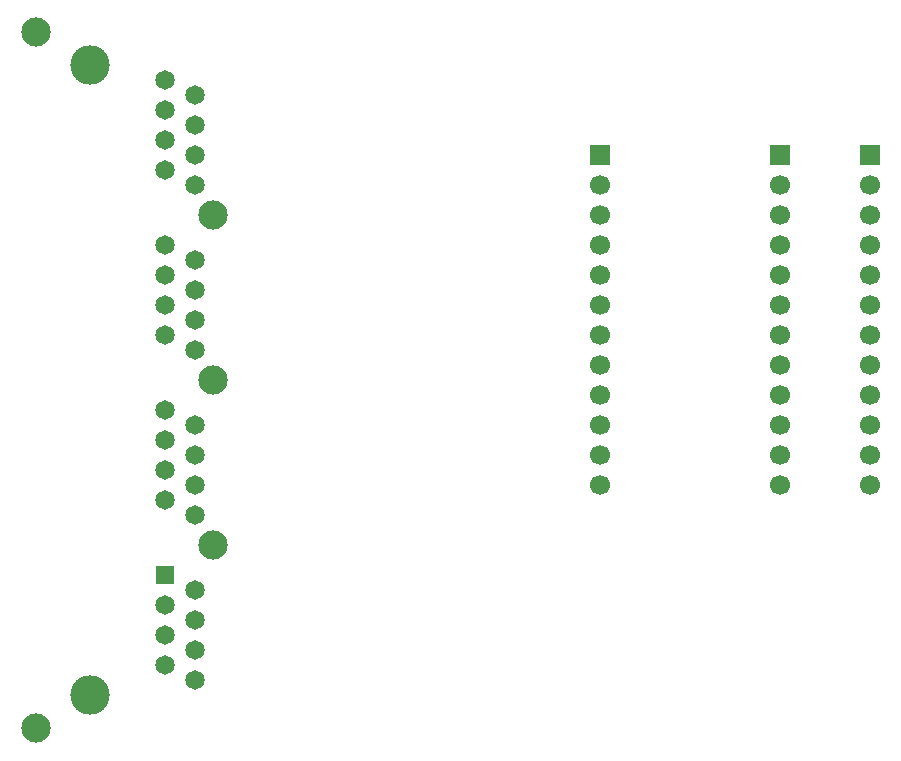
<source format=gbs>
%TF.GenerationSoftware,KiCad,Pcbnew,9.0.2*%
%TF.CreationDate,2025-08-21T10:08:16+02:00*%
%TF.ProjectId,HCP65 24 Pin Tester,48435036-3520-4323-9420-50696e205465,V1*%
%TF.SameCoordinates,Original*%
%TF.FileFunction,Soldermask,Bot*%
%TF.FilePolarity,Negative*%
%FSLAX46Y46*%
G04 Gerber Fmt 4.6, Leading zero omitted, Abs format (unit mm)*
G04 Created by KiCad (PCBNEW 9.0.2) date 2025-08-21 10:08:16*
%MOMM*%
%LPD*%
G01*
G04 APERTURE LIST*
%ADD10C,3.330000*%
%ADD11R,1.650000X1.650000*%
%ADD12C,1.650000*%
%ADD13C,2.475000*%
%ADD14R,1.700000X1.700000*%
%ADD15C,1.700000*%
G04 APERTURE END LIST*
D10*
%TO.C,J1*%
X-6350000Y1270000D03*
X-6350000Y-52070000D03*
D11*
X0Y-41910000D03*
D12*
X2540000Y-43180000D03*
X0Y-44450000D03*
X2540000Y-45720000D03*
X0Y-46989999D03*
X2540000Y-48260000D03*
X0Y-49530000D03*
X2540000Y-50800000D03*
X0Y-27940000D03*
X2540000Y-29210000D03*
X0Y-30479999D03*
X2540000Y-31750000D03*
X0Y-33020000D03*
X2540000Y-34290000D03*
X0Y-35560000D03*
X2540000Y-36830000D03*
X0Y-13970001D03*
X2540000Y-15240000D03*
X0Y-16510000D03*
X2540000Y-17780000D03*
X0Y-19050000D03*
X2540000Y-20320000D03*
X0Y-21590000D03*
X2540000Y-22860000D03*
X0Y0D03*
X2540000Y-1270000D03*
X0Y-2540000D03*
X2540000Y-3810000D03*
X0Y-5080000D03*
X2540000Y-6350000D03*
X0Y-7619999D03*
X2540000Y-8890000D03*
D13*
X-10920000Y4060000D03*
X4060000Y-11430000D03*
X4060000Y-25400001D03*
X4060000Y-39370000D03*
X-10920000Y-54860000D03*
%TD*%
D14*
%TO.C,J8*%
X36830000Y-6350000D03*
D15*
X36830000Y-8890000D03*
X36830000Y-11430000D03*
X36830000Y-13970000D03*
X36830000Y-16510000D03*
X36830000Y-19050000D03*
X36830000Y-21590000D03*
X36830000Y-24130000D03*
X36830000Y-26670000D03*
X36830000Y-29210000D03*
X36830000Y-31750000D03*
X36830000Y-34290000D03*
%TD*%
D14*
%TO.C,J3*%
X52070000Y-6350000D03*
D15*
X52070000Y-8890000D03*
X52070000Y-11430000D03*
X52070000Y-13970000D03*
X52070000Y-16510000D03*
X52070000Y-19050000D03*
X52070000Y-21590000D03*
X52070000Y-24130000D03*
X52070000Y-26670000D03*
X52070000Y-29210000D03*
X52070000Y-31750000D03*
X52070000Y-34290000D03*
%TD*%
D14*
%TO.C,J9*%
X59690000Y-6350000D03*
D15*
X59690000Y-8890000D03*
X59690000Y-11430000D03*
X59690000Y-13970000D03*
X59690000Y-16510000D03*
X59690000Y-19050000D03*
X59690000Y-21590000D03*
X59690000Y-24130000D03*
X59690000Y-26670000D03*
X59690000Y-29210000D03*
X59690000Y-31750000D03*
X59690000Y-34290000D03*
%TD*%
M02*

</source>
